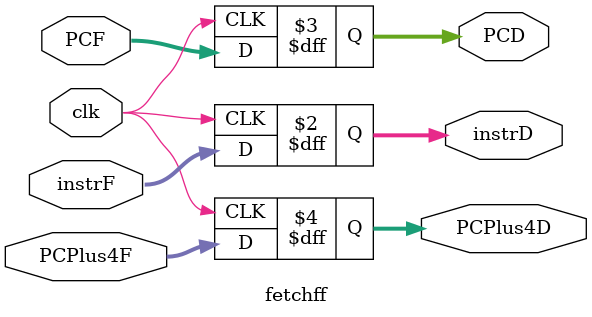
<source format=sv>
module fetchff (
    input logic clk,
    input logic [31:0] instrF,
    input logic [31:0] PCF,
    input logic [31:0] PCPlus4F,
    output logic [31:0] instrD,
    output logic [31:0] PCD,
    output logic [31:0] PCPlus4D
);

always_ff@(posedge clk)
begin
    instrD <= instrF;
    PCD <= PCF;
    PCPlus4D <= PCPlus4F;
end
endmodule



</source>
